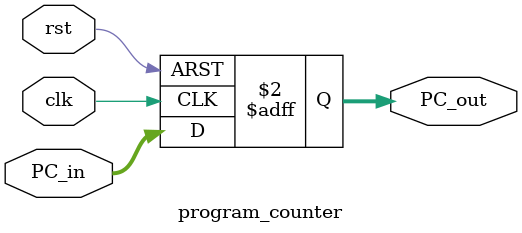
<source format=v>

module program_counter(
    input clk, rst,
    input [31:0]PC_in,
    output reg [31:0]PC_out
);

    always @(posedge clk or posedge rst) begin
        if(rst)
            PC_out <= 32'b00;
        else
            PC_out <= PC_in;
    end

endmodule
</source>
